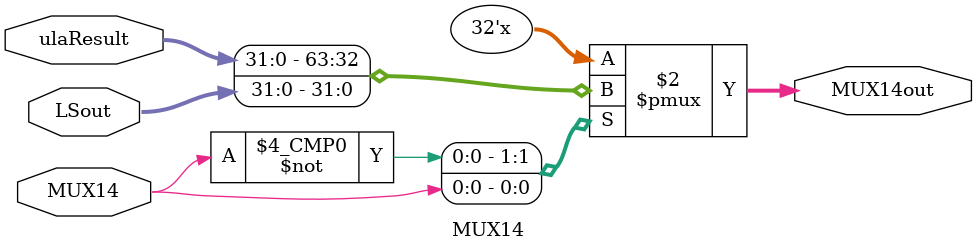
<source format=v>
module MUX14(MUX14, ulaResult, LSout, MUX14out);

input MUX14; 
input [31:0]  ulaResult, LSout; 
output reg[31:0]  MUX14out;

always @(*)
begin
    case (MUX14)
        1'b0: begin
            MUX14out[31:0] <= ulaResult[31:0];
        end
        1'b1: begin
        	MUX14out[31:0] <= LSout[31:0];
        end
    endcase
end
endmodule

</source>
